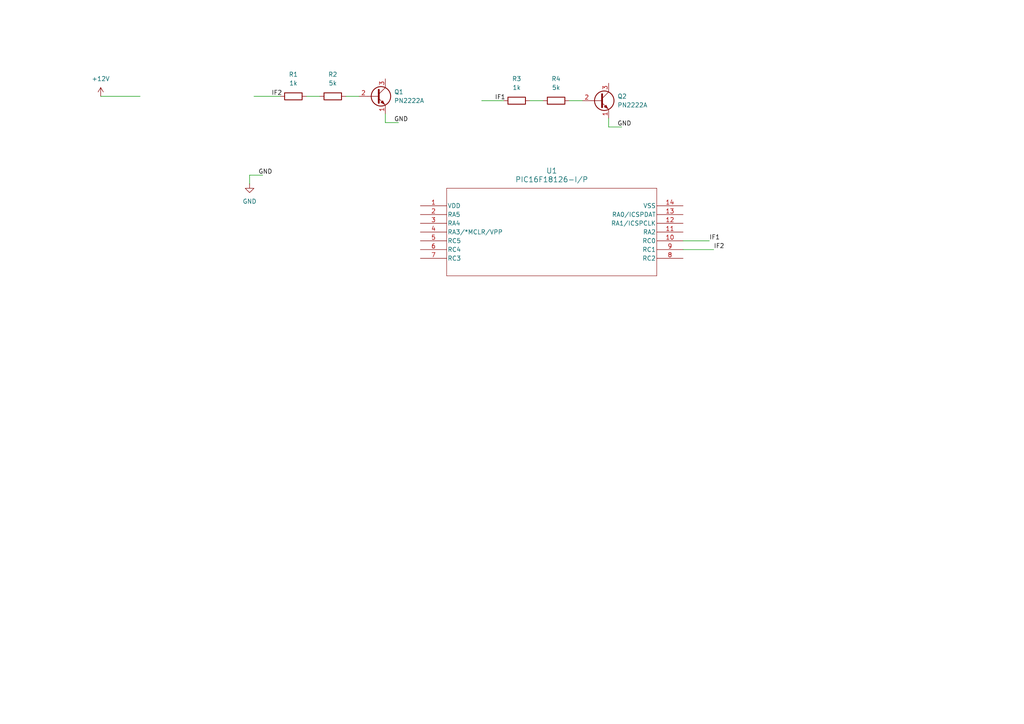
<source format=kicad_sch>
(kicad_sch (version 20250114) (generator "eeschema") (generator_version "9.0")
  (paper "A4")
  (lib_symbols
    (symbol "Device:R" (pin_numbers (hide yes)) (pin_names (offset 0))
      (property "Reference" "R" (at 2.032 0 90))
      (property "Value" "R" (at 0 0 90))
      (symbol "R_0_1"
        (rectangle (start -1.016 -2.54) (end 1.016 2.54) (stroke (width 0.254)))
      )
      (symbol "R_1_1"
        (pin passive line (at 0 3.81 270) (length 1.27) (name "~") (number "1"))
        (pin passive line (at 0 -3.81 90) (length 1.27) (name "~") (number "2"))
      )
    )
    (symbol "PIC16F18126:PIC16F18126-I_P" (pin_names (offset 0.254))
      (property "Reference" "U" (at 38.1 10.16 0))
      (property "Value" "PIC16F18126-I/P" (at 38.1 7.62 0))
      (symbol "PIC16F18126-I_P_0_1"
        (polyline (pts (xy 7.62 5.08) (xy 7.62 -20.32)) (stroke (width 0.127)))
        (polyline (pts (xy 7.62 -20.32) (xy 68.58 -20.32)) (stroke (width 0.127)))
        (polyline (pts (xy 68.58 5.08) (xy 7.62 5.08)) (stroke (width 0.127)))
        (polyline (pts (xy 68.58 -20.32) (xy 68.58 5.08)) (stroke (width 0.127)))
        (pin power_in line (at 0 0 0) (length 7.62) (name "VDD") (number "1"))
        (pin bidirectional line (at 0 -2.54 0) (length 7.62) (name "RA5") (number "2"))
        (pin bidirectional line (at 0 -5.08 0) (length 7.62) (name "RA4") (number "3"))
        (pin bidirectional line (at 0 -7.62 0) (length 7.62) (name "RA3/*MCLR/VPP") (number "4"))
        (pin bidirectional line (at 0 -10.16 0) (length 7.62) (name "RC5") (number "5"))
        (pin bidirectional line (at 0 -12.7 0) (length 7.62) (name "RC4") (number "6"))
        (pin bidirectional line (at 0 -15.24 0) (length 7.62) (name "RC3") (number "7"))
        (pin power_out line (at 76.2 0 180) (length 7.62) (name "VSS") (number "14"))
        (pin bidirectional line (at 76.2 -2.54 180) (length 7.62) (name "RA0/ICSPDAT") (number "13"))
        (pin bidirectional line (at 76.2 -5.08 180) (length 7.62) (name "RA1/ICSPCLK") (number "12"))
        (pin bidirectional line (at 76.2 -7.62 180) (length 7.62) (name "RA2") (number "11"))
        (pin bidirectional line (at 76.2 -10.16 180) (length 7.62) (name "RC0") (number "10"))
        (pin bidirectional line (at 76.2 -12.7 180) (length 7.62) (name "RC1") (number "9"))
        (pin bidirectional line (at 76.2 -15.24 180) (length 7.62) (name "RC2") (number "8"))
      )
    )
    (symbol "Transistor_BJT:PN2222A" (pin_names (offset 0) (hide yes))
      (property "Reference" "Q" (at 5.08 1.905 0))
      (property "Value" "PN2222A" (at 5.08 0 0))
      (symbol "PN2222A_0_1"
        (polyline (pts (xy -2.54 0) (xy 0.635 0)))
        (polyline (pts (xy 0.635 1.905) (xy 0.635 -1.905)) (stroke (width 0.508)))
        (circle (center 1.27 0) (radius 2.8194) (stroke (width 0.254)))
      )
      (symbol "PN2222A_1_1"
        (polyline (pts (xy 0.635 0.635) (xy 2.54 2.54)))
        (polyline (pts (xy 0.635 -0.635) (xy 2.54 -2.54)))
        (polyline (pts (xy 1.27 -1.778) (xy 1.778 -1.27) (xy 2.286 -2.286) (xy 1.27 -1.778)) (fill (type outline)))
        (pin input line (at -5.08 0 0) (length 2.54) (name "B") (number "2"))
        (pin passive line (at 2.54 5.08 270) (length 2.54) (name "C") (number "3"))
        (pin passive line (at 2.54 -5.08 90) (length 2.54) (name "E") (number "1"))
      )
    )
    (symbol "power:+12V" (power) (pin_numbers (hide yes)) (pin_names (offset 0) (hide yes))
      (property "Value" "+12V" (at 0 3.556 0))
      (symbol "+12V_0_1"
        (polyline (pts (xy -0.762 1.27) (xy 0 2.54)))
        (polyline (pts (xy 0 2.54) (xy 0.762 1.27)))
        (polyline (pts (xy 0 0) (xy 0 2.54)))
      )
      (symbol "+12V_1_1"
        (pin power_in line (at 0 0 90) (length 0) (name "~") (number "1"))
      )
    )
    (symbol "power:GND" (power) (pin_numbers (hide yes)) (pin_names (offset 0) (hide yes))
      (property "Value" "GND" (at 0 -3.81 0))
      (symbol "GND_0_1"
        (polyline (pts (xy 0 0) (xy 0 -1.27) (xy 1.27 -1.27) (xy 0 -2.54) (xy -1.27 -1.27) (xy 0 -1.27)))
      )
      (symbol "GND_1_1"
        (pin power_in line (at 0 0 270) (length 0) (name "~") (number "1"))
      )
    )
  )
  (wire (pts (xy 111.76 35.56) (xy 115.57 35.56)))
  (wire (pts (xy 111.76 35.56) (xy 111.76 33.02)))
  (wire (pts (xy 165.1 29.21) (xy 168.91 29.21)))
  (wire (pts (xy 198.12 72.39) (xy 207.01 72.39)))
  (wire (pts (xy 176.53 36.83) (xy 176.53 34.29)))
  (wire (pts (xy 72.39 50.8) (xy 76.2 50.8)))
  (wire (pts (xy 73.66 27.94) (xy 81.28 27.94)))
  (wire (pts (xy 29.21 27.94) (xy 40.64 27.94)))
  (wire (pts (xy 100.33 27.94) (xy 104.14 27.94)))
  (wire (pts (xy 198.12 69.85) (xy 205.74 69.85)))
  (wire (pts (xy 153.67 29.21) (xy 157.48 29.21)))
  (wire (pts (xy 88.9 27.94) (xy 92.71 27.94)))
  (wire (pts (xy 139.7 29.21) (xy 146.05 29.21)))
  (wire (pts (xy 176.53 36.83) (xy 180.34 36.83)))
  (wire (pts (xy 72.39 53.34) (xy 72.39 50.8)))
  (label "GND" (at 114.3 35.56 0))
  (label "IF1" (at 205.74 69.85 0))
  (label "IF2" (at 78.74 27.94 0))
  (label "IF2" (at 207.01 72.39 0))
  (label "GND" (at 179.07 36.83 0))
  (label "IF1" (at 143.51 29.21 0))
  (label "GND" (at 74.93 50.8 0))
  (symbol (lib_id "Device:R") (at 85.09 27.94 90) (unit 1)
    (property "Reference" "R1" (at 85.09 21.59 90))
    (property "Value" "1k" (at 85.09 24.13 90))
    (property "Footprint" "Resistor_THT:R_Axial_DIN0204_L3.6mm_D1.6mm_P7.62mm_Horizontal" (effects (hide yes)))
    (property "Description" "Resistor" (effects (hide yes)))
  )
  (symbol (lib_id "power:+12V") (at 29.21 27.94 0) (unit 1)
    (property "Reference" "#PWR01" (effects (hide yes)))
    (property "Value" "+12V" (at 29.21 22.86 0))
    (property "Description" "Power symbol creates a global label with name \"+12V\"" (effects (hide yes)))
  )
  (symbol (lib_id "power:GND") (at 72.39 53.34 0) (unit 1)
    (property "Reference" "#PWR02" (effects (hide yes)))
    (property "Value" "GND" (at 72.39 58.42 0))
    (property "Description" "Power symbol creates a global label with name \"GND\" , ground" (effects (hide yes)))
  )
  (symbol (lib_id "PIC16F18126:PIC16F18126-I_P") (at 121.92 59.69 0) (unit 1)
    (property "Reference" "U1" (at 160.02 49.53 0) (effects (font (size 1.524 1.524))))
    (property "Value" "PIC16F18126-I/P" (at 160.02 52.07 0) (effects (font (size 1.524 1.524))))
    (property "Footprint" "PIC16F18126:PDIP14_P_MCH" (effects (hide yes)))
    (property "Datasheet" "PIC16F18126-I/P" (effects (hide yes)))
  )
  (symbol (lib_id "Device:R") (at 96.52 27.94 90) (unit 1)
    (property "Reference" "R2" (at 96.52 21.59 90))
    (property "Value" "5k" (at 96.52 24.13 90))
    (property "Footprint" "Resistor_THT:R_Axial_DIN0204_L3.6mm_D1.6mm_P7.62mm_Horizontal" (effects (hide yes)))
    (property "Description" "Resistor" (effects (hide yes)))
  )
  (symbol (lib_id "Transistor_BJT:PN2222A") (at 173.99 29.21 0) (unit 1)
    (property "Reference" "Q2" (at 179.07 27.9399 0) (effects (justify left)))
    (property "Value" "PN2222A" (at 179.07 30.4799 0) (effects (justify left)))
    (property "Footprint" "Package_TO_SOT_THT:TO-92_Inline" (effects (hide yes)))
    (property "Datasheet" "https://www.onsemi.com/pub/Collateral/PN2222-D.PDF" (effects (hide yes)))
    (property "Description" "1A Ic, 40V Vce, NPN Transistor, General Purpose Transistor, TO-92" (effects (hide yes)))
  )
  (symbol (lib_id "Device:R") (at 161.29 29.21 90) (unit 1)
    (property "Reference" "R4" (at 161.29 22.86 90))
    (property "Value" "5k" (at 161.29 25.4 90))
    (property "Footprint" "Resistor_THT:R_Axial_DIN0204_L3.6mm_D1.6mm_P7.62mm_Horizontal" (effects (hide yes)))
    (property "Description" "Resistor" (effects (hide yes)))
  )
  (symbol (lib_id "Device:R") (at 149.86 29.21 90) (unit 1)
    (property "Reference" "R3" (at 149.86 22.86 90))
    (property "Value" "1k" (at 149.86 25.4 90))
    (property "Footprint" "Resistor_THT:R_Axial_DIN0204_L3.6mm_D1.6mm_P7.62mm_Horizontal" (effects (hide yes)))
    (property "Description" "Resistor" (effects (hide yes)))
  )
  (symbol (lib_id "Transistor_BJT:PN2222A") (at 109.22 27.94 0) (unit 1)
    (property "Reference" "Q1" (at 114.3 26.6699 0) (effects (justify left)))
    (property "Value" "PN2222A" (at 114.3 29.2099 0) (effects (justify left)))
    (property "Footprint" "Package_TO_SOT_THT:TO-92_Inline" (effects (hide yes)))
    (property "Datasheet" "https://www.onsemi.com/pub/Collateral/PN2222-D.PDF" (effects (hide yes)))
    (property "Description" "1A Ic, 40V Vce, NPN Transistor, General Purpose Transistor, TO-92" (effects (hide yes)))
  )
)
</source>
